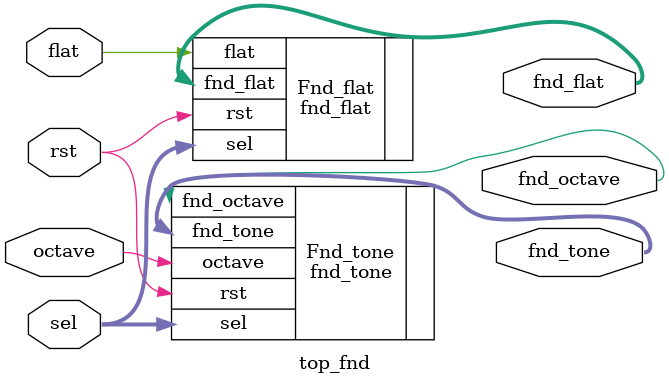
<source format=v>
`timescale 1ns / 1ps


module top_fnd(rst, flat, sel, fnd_tone, fnd_flat, octave, fnd_octave);

    input rst, flat,  octave; 
    input [3:0] sel; 
    output [6:0] fnd_tone; 
    output [6:0] fnd_flat; 
    output fnd_octave;
    
    fnd_tone Fnd_tone (.rst(rst), .sel(sel), .octave(octave), .fnd_tone(fnd_tone), .fnd_octave(fnd_octave)); 
    fnd_flat Fnd_flat (.rst(rst), .flat(flat), .sel(sel), .fnd_flat(fnd_flat)); 
    
endmodule

</source>
